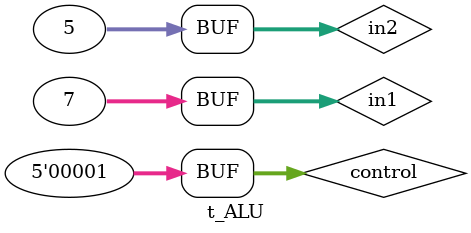
<source format=v>
module _ALU(out, in1, in2, control);
output reg [31:0]out;
input      [31:0]in1, in2;
input      [4:0] control;

always @(*)
begin
	case (control)
		5'b00000: out <= in1+in2;
		5'b00001: out <= in1-in2;
	endcase
end


endmodule

module t_ALU;
wire [31:0]out;
reg      [31:0]in1, in2;
reg      [4:0] control;
_ALU t(out, in1, in2, control);
initial begin
repeat(10)
begin
	#(100)	in1 = 32'd5;	in2 = 32'd7;	control = 5'b00000;
#(100)  in1 = 32'd7;	in2 = 32'd5;	control = 5'b00001;
end
end

endmodule
</source>
